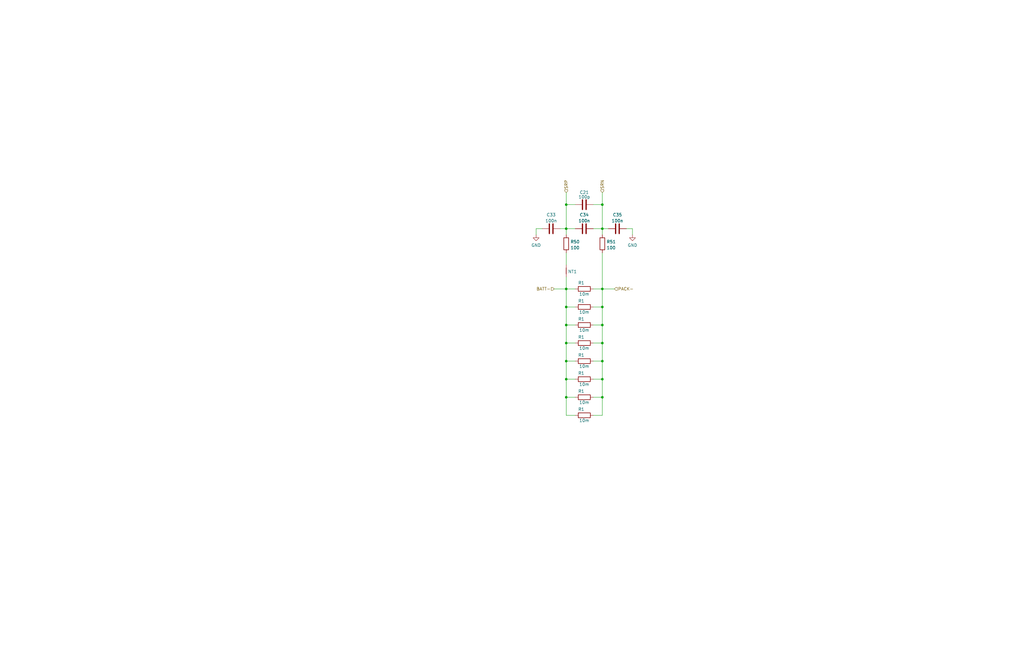
<source format=kicad_sch>
(kicad_sch (version 20230121) (generator eeschema)
  (paper "B")
  (lib_symbols
    (symbol "Device:C" (pin_numbers hide) (pin_names (offset 0.254))
      (property "Reference" "C" (at 0.635 2.54 0))
      (property "Value" "C" (at 0.635 -2.54 0))
      (symbol "C_0_1"
        (polyline (pts (xy -2.032 -0.762) (xy 2.032 -0.762)) (stroke (width 0.508)))
        (polyline (pts (xy -2.032 0.762) (xy 2.032 0.762)) (stroke (width 0.508)))
      )
      (symbol "C_1_1"
        (pin passive line (at 0 3.81 270) (length 2.794) (name "~") (number "1"))
        (pin passive line (at 0 -3.81 90) (length 2.794) (name "~") (number "2"))
      )
    )
    (symbol "Device:NetTie_2" (pin_numbers hide) (pin_names (offset 0) hide)
      (property "Reference" "NT" (at 0 1.27 0))
      (property "Value" "NetTie_2" (at 0 -1.27 0))
      (symbol "NetTie_2_0_1"
        (polyline (pts (xy -1.27 0) (xy 1.27 0)) (stroke (width 0.254)))
      )
      (symbol "NetTie_2_1_1"
        (pin passive line (at -2.54 0 0) (length 2.54) (name "1") (number "1"))
        (pin passive line (at 2.54 0 180) (length 2.54) (name "2") (number "2"))
      )
    )
    (symbol "Device:R" (pin_numbers hide) (pin_names (offset 0))
      (property "Reference" "R" (at 2.032 0 90))
      (property "Value" "R" (at 0 0 90))
      (symbol "R_0_1"
        (rectangle (start -1.016 -2.54) (end 1.016 2.54) (stroke (width 0.254)))
      )
      (symbol "R_1_1"
        (pin passive line (at 0 3.81 270) (length 1.27) (name "~") (number "1"))
        (pin passive line (at 0 -3.81 90) (length 1.27) (name "~") (number "2"))
      )
    )
    (symbol "power:GND" (power) (pin_names (offset 0))
      (property "Value" "GND" (at 0 -3.81 0))
      (symbol "GND_0_1"
        (polyline (pts (xy 0 0) (xy 0 -1.27) (xy 1.27 -1.27) (xy 0 -2.54) (xy -1.27 -1.27) (xy 0 -1.27)))
      )
      (symbol "GND_1_1"
        (pin power_in line (at 0 0 270) (length 0) hide (name "GND") (number "1"))
      )
    )
  )
  (junction (at 238.76 144.78))
  (junction (at 238.76 167.64))
  (junction (at 254 121.92))
  (junction (at 254 96.52))
  (junction (at 238.76 160.02))
  (junction (at 254 160.02))
  (junction (at 254 129.54))
  (junction (at 254 167.64))
  (junction (at 254 86.36))
  (junction (at 254 144.78))
  (junction (at 254 137.16))
  (junction (at 254 152.4))
  (junction (at 238.76 96.52))
  (junction (at 238.76 86.36))
  (junction (at 238.76 137.16))
  (junction (at 238.76 152.4))
  (junction (at 238.76 129.54))
  (junction (at 238.76 121.92))
  (wire (pts (xy 254 106.68) (xy 254 121.92)))
  (wire (pts (xy 238.76 160.02) (xy 238.76 167.64)))
  (wire (pts (xy 238.76 121.92) (xy 242.57 121.92)))
  (wire (pts (xy 264.16 96.52) (xy 266.7 96.52)))
  (wire (pts (xy 254 81.28) (xy 254 86.36)))
  (wire (pts (xy 254 152.4) (xy 254 160.02)))
  (wire (pts (xy 266.7 96.52) (xy 266.7 99.06)))
  (wire (pts (xy 228.6 96.52) (xy 226.06 96.52)))
  (wire (pts (xy 250.19 144.78) (xy 254 144.78)))
  (wire (pts (xy 254 96.52) (xy 256.54 96.52)))
  (wire (pts (xy 233.68 121.92) (xy 238.76 121.92)))
  (wire (pts (xy 242.57 152.4) (xy 238.76 152.4)))
  (wire (pts (xy 254 167.64) (xy 254 175.26)))
  (wire (pts (xy 254 160.02) (xy 254 167.64)))
  (wire (pts (xy 250.19 86.36) (xy 254 86.36)))
  (wire (pts (xy 250.19 175.26) (xy 254 175.26)))
  (wire (pts (xy 254 144.78) (xy 254 152.4)))
  (wire (pts (xy 238.76 167.64) (xy 242.57 167.64)))
  (wire (pts (xy 250.19 121.92) (xy 254 121.92)))
  (wire (pts (xy 238.76 86.36) (xy 242.57 86.36)))
  (wire (pts (xy 238.76 106.68) (xy 238.76 111.76)))
  (wire (pts (xy 238.76 144.78) (xy 242.57 144.78)))
  (wire (pts (xy 226.06 96.52) (xy 226.06 99.06)))
  (wire (pts (xy 238.76 96.52) (xy 242.57 96.52)))
  (wire (pts (xy 250.19 129.54) (xy 254 129.54)))
  (wire (pts (xy 238.76 81.28) (xy 238.76 86.36)))
  (wire (pts (xy 254 121.92) (xy 254 129.54)))
  (wire (pts (xy 254 137.16) (xy 254 144.78)))
  (wire (pts (xy 238.76 116.84) (xy 238.76 121.92)))
  (wire (pts (xy 238.76 144.78) (xy 238.76 152.4)))
  (wire (pts (xy 238.76 86.36) (xy 238.76 96.52)))
  (wire (pts (xy 236.22 96.52) (xy 238.76 96.52)))
  (wire (pts (xy 242.57 137.16) (xy 238.76 137.16)))
  (wire (pts (xy 254 86.36) (xy 254 96.52)))
  (wire (pts (xy 250.19 167.64) (xy 254 167.64)))
  (wire (pts (xy 238.76 175.26) (xy 242.57 175.26)))
  (wire (pts (xy 238.76 152.4) (xy 238.76 160.02)))
  (wire (pts (xy 254 96.52) (xy 254 99.06)))
  (wire (pts (xy 254 121.92) (xy 259.08 121.92)))
  (wire (pts (xy 250.19 160.02) (xy 254 160.02)))
  (wire (pts (xy 238.76 96.52) (xy 238.76 99.06)))
  (wire (pts (xy 238.76 121.92) (xy 238.76 129.54)))
  (wire (pts (xy 238.76 167.64) (xy 238.76 175.26)))
  (wire (pts (xy 238.76 160.02) (xy 242.57 160.02)))
  (wire (pts (xy 254 129.54) (xy 254 137.16)))
  (wire (pts (xy 254 137.16) (xy 250.19 137.16)))
  (wire (pts (xy 254 152.4) (xy 250.19 152.4)))
  (wire (pts (xy 250.19 96.52) (xy 254 96.52)))
  (wire (pts (xy 238.76 129.54) (xy 242.57 129.54)))
  (wire (pts (xy 238.76 137.16) (xy 238.76 144.78)))
  (wire (pts (xy 238.76 129.54) (xy 238.76 137.16)))
  (hierarchical_label "PACK-" (shape input) (at 259.08 121.92 0))
  (hierarchical_label "SRP" (shape input) (at 238.76 81.28 90))
  (hierarchical_label "SRN" (shape input) (at 254 81.28 90))
  (hierarchical_label "BATT-" (shape input) (at 233.68 121.92 180))
  (symbol (lib_id "Device:R") (at 246.38 144.78 270) (unit 1)
    (property "Reference" "R1" (at 245.11 142.24 90))
    (property "Value" "10m" (at 246.38 146.9589 90))
    (property "Footprint" "Resistor_SMD:R_1210_3225Metric" (effects hide))
    (property "Datasheet" "https://www.eaton.com/content/dam/eaton/products/electronic-components/resources/data-sheet/eaton-msma-automotive-smd-current-sense-resistor-metal-strip-data-sheet-elx1179.pdf" (effects hide))
    (property "Mouser" "https://www.mouser.com/ProductDetail/Bussmann-Eaton/MSMA2512R0100FEN?qs=By6Nw2ByBD2b7%252BVYRK0SbQ%3D%3D" (effects hide))
    (property "Part Number" "MSMA2512R0100FEN" (effects hide))
    (property "Rating" "2W" (effects hide))
    (instances (project "bms" (path "" (reference "R1") (unit 1)) (path "" (reference "R28") (unit 1))))
  )
  (symbol (lib_id "Device:R") (at 246.38 175.26 270) (unit 1)
    (property "Reference" "R1" (at 245.11 172.72 90))
    (property "Value" "10m" (at 246.38 177.4389 90))
    (property "Footprint" "Resistor_SMD:R_1210_3225Metric" (effects hide))
    (property "Datasheet" "https://www.eaton.com/content/dam/eaton/products/electronic-components/resources/data-sheet/eaton-msma-automotive-smd-current-sense-resistor-metal-strip-data-sheet-elx1179.pdf" (effects hide))
    (property "Mouser" "https://www.mouser.com/ProductDetail/Bussmann-Eaton/MSMA2512R0100FEN?qs=By6Nw2ByBD2b7%252BVYRK0SbQ%3D%3D" (effects hide))
    (property "Part Number" "MSMA2512R0100FEN" (effects hide))
    (property "Rating" "2W" (effects hide))
    (instances (project "bms" (path "" (reference "R1") (unit 1)) (path "" (reference "R58") (unit 1))))
  )
  (symbol (lib_id "Device:NetTie_2") (at 238.76 114.3 270) (unit 1)
    (property "Reference" "NT1" (at 239.522 114.6168 90) (effects (justify left)))
    (property "Value" "NetTie_2" (effects hide))
    (property "Footprint" "NetTie:NetTie-2_SMD_Pad0.5mm" (effects hide))
  )
  (symbol (lib_id "Device:R") (at 246.38 121.92 270) (unit 1)
    (property "Reference" "R1" (at 245.11 119.38 90))
    (property "Value" "10m" (at 246.38 124.0989 90))
    (property "Footprint" "Resistor_SMD:R_1210_3225Metric" (effects hide))
    (property "Datasheet" "https://www.eaton.com/content/dam/eaton/products/electronic-components/resources/data-sheet/eaton-msma-automotive-smd-current-sense-resistor-metal-strip-data-sheet-elx1179.pdf" (effects hide))
    (property "Mouser" "https://www.mouser.com/ProductDetail/Bussmann-Eaton/MSMA2512R0100FEN?qs=By6Nw2ByBD2b7%252BVYRK0SbQ%3D%3D" (effects hide))
    (property "Part Number" "MSMA2512R0100FEN" (effects hide))
    (property "Rating" "2W" (effects hide))
  )
  (symbol (lib_id "Device:C") (at 260.35 96.52 90) (unit 1)
    (property "Reference" "C35" (at 260.35 90.6612 90))
    (property "Value" "100n" (at 260.35 93.1981 90))
    (property "Footprint" "Capacitor_SMD:C_0603_1608Metric" (effects hide))
    (property "Datasheet" "https://www.mouser.com/datasheet/2/40/X7RDielectric-2943470.pdf" (effects hide))
    (property "Mouser" "https://www.mouser.com/ProductDetail/KYOCERA-AVX/06035C104KAT2A?qs=sGAEpiMZZMs7ZEmUmaUL07F2qgI%252BUofJK2BrtL3gRPE%3D" (effects hide))
    (property "Part Number" "06035C104KAT2A" (effects hide))
    (property "Rating" "50V" (effects hide))
  )
  (symbol (lib_id "power:GND") (at 226.06 99.06 0) (unit 1)
    (property "Reference" "#PWR02" (effects hide))
    (property "Value" "GND" (at 226.06 103.5034 0))
    (instances (project "bms" (path "" (reference "#PWR02") (unit 1)) (path "" (reference "#PWR046") (unit 1))))
  )
  (symbol (lib_id "Device:C") (at 246.38 86.36 90) (unit 1)
    (property "Reference" "C21" (at 246.38 81.1911 90))
    (property "Value" "100p" (at 246.38 83.1121 90))
    (property "Footprint" "Capacitor_SMD:C_0603_1608Metric" (effects hide))
    (property "Datasheet" "https://www.mouser.com/datasheet/2/281/1/GCM1885C2A101JA16_01A-3142697.pdf" (effects hide))
    (property "Mouser" "https://www.mouser.com/ProductDetail/Murata-Electronics/GCM1885C2A101JA16D?qs=sGAEpiMZZMs7ZEmUmaUL05tK3UxeJStQD5AHYzB%252BilI%3D" (effects hide))
    (property "Part Number" "GCM1885C2A101JA16D" (effects hide))
    (property "Rating" "100V" (effects hide))
  )
  (symbol (lib_id "power:GND") (at 266.7 99.06 0) (unit 1)
    (property "Reference" "#PWR02" (effects hide))
    (property "Value" "GND" (at 266.7 103.5034 0))
    (instances (project "bms" (path "" (reference "#PWR02") (unit 1)) (path "" (reference "#PWR043") (unit 1))))
  )
  (symbol (lib_id "Device:R") (at 246.38 167.64 270) (unit 1)
    (property "Reference" "R1" (at 245.11 165.1 90))
    (property "Value" "10m" (at 246.38 169.8189 90))
    (property "Footprint" "Resistor_SMD:R_1210_3225Metric" (effects hide))
    (property "Datasheet" "https://www.eaton.com/content/dam/eaton/products/electronic-components/resources/data-sheet/eaton-msma-automotive-smd-current-sense-resistor-metal-strip-data-sheet-elx1179.pdf" (effects hide))
    (property "Mouser" "https://www.mouser.com/ProductDetail/Bussmann-Eaton/MSMA2512R0100FEN?qs=By6Nw2ByBD2b7%252BVYRK0SbQ%3D%3D" (effects hide))
    (property "Part Number" "MSMA2512R0100FEN" (effects hide))
    (property "Rating" "2W" (effects hide))
    (instances (project "bms" (path "" (reference "R1") (unit 1)) (path "" (reference "R57") (unit 1))))
  )
  (symbol (lib_id "Device:C") (at 232.41 96.52 90) (unit 1)
    (property "Reference" "C33" (at 232.41 90.6612 90))
    (property "Value" "100n" (at 232.41 93.1981 90))
    (property "Footprint" "Capacitor_SMD:C_0603_1608Metric" (effects hide))
    (property "Datasheet" "https://www.mouser.com/datasheet/2/40/X7RDielectric-2943470.pdf" (effects hide))
    (property "Mouser" "https://www.mouser.com/ProductDetail/KYOCERA-AVX/06035C104KAT2A?qs=sGAEpiMZZMs7ZEmUmaUL07F2qgI%252BUofJK2BrtL3gRPE%3D" (effects hide))
    (property "Part Number" "06035C104KAT2A" (effects hide))
    (property "Rating" "50V" (effects hide))
  )
  (symbol (lib_id "Device:R") (at 246.38 129.54 270) (unit 1)
    (property "Reference" "R1" (at 245.11 127 90))
    (property "Value" "10m" (at 246.38 131.7189 90))
    (property "Footprint" "Resistor_SMD:R_1210_3225Metric" (effects hide))
    (property "Datasheet" "https://www.eaton.com/content/dam/eaton/products/electronic-components/resources/data-sheet/eaton-msma-automotive-smd-current-sense-resistor-metal-strip-data-sheet-elx1179.pdf" (effects hide))
    (property "Mouser" "https://www.mouser.com/ProductDetail/Bussmann-Eaton/MSMA2512R0100FEN?qs=By6Nw2ByBD2b7%252BVYRK0SbQ%3D%3D" (effects hide))
    (property "Part Number" "MSMA2512R0100FEN" (effects hide))
    (property "Rating" "2W" (effects hide))
    (instances (project "bms" (path "" (reference "R1") (unit 1)) (path "" (reference "R26") (unit 1))))
  )
  (symbol (lib_id "Device:C") (at 246.38 96.52 90) (unit 1)
    (property "Reference" "C34" (at 246.38 90.6612 90))
    (property "Value" "100n" (at 246.38 93.1981 90))
    (property "Footprint" "Capacitor_SMD:C_0603_1608Metric" (effects hide))
    (property "Datasheet" "https://www.mouser.com/datasheet/2/40/X7RDielectric-2943470.pdf" (effects hide))
    (property "Mouser" "https://www.mouser.com/ProductDetail/KYOCERA-AVX/06035C104KAT2A?qs=sGAEpiMZZMs7ZEmUmaUL07F2qgI%252BUofJK2BrtL3gRPE%3D" (effects hide))
    (property "Part Number" "06035C104KAT2A" (effects hide))
    (property "Rating" "50V" (effects hide))
  )
  (symbol (lib_id "Device:R") (at 246.38 152.4 270) (unit 1)
    (property "Reference" "R1" (at 245.11 149.86 90))
    (property "Value" "10m" (at 246.38 154.5789 90))
    (property "Footprint" "Resistor_SMD:R_1210_3225Metric" (effects hide))
    (property "Datasheet" "https://www.eaton.com/content/dam/eaton/products/electronic-components/resources/data-sheet/eaton-msma-automotive-smd-current-sense-resistor-metal-strip-data-sheet-elx1179.pdf" (effects hide))
    (property "Mouser" "https://www.mouser.com/ProductDetail/Bussmann-Eaton/MSMA2512R0100FEN?qs=By6Nw2ByBD2b7%252BVYRK0SbQ%3D%3D" (effects hide))
    (property "Part Number" "MSMA2512R0100FEN" (effects hide))
    (property "Rating" "2W" (effects hide))
    (instances (project "bms" (path "" (reference "R1") (unit 1)) (path "" (reference "R29") (unit 1))))
  )
  (symbol (lib_id "Device:R") (at 246.38 160.02 270) (unit 1)
    (property "Reference" "R1" (at 245.11 157.48 90))
    (property "Value" "10m" (at 246.38 162.1989 90))
    (property "Footprint" "Resistor_SMD:R_1210_3225Metric" (effects hide))
    (property "Datasheet" "https://www.eaton.com/content/dam/eaton/products/electronic-components/resources/data-sheet/eaton-msma-automotive-smd-current-sense-resistor-metal-strip-data-sheet-elx1179.pdf" (effects hide))
    (property "Mouser" "https://www.mouser.com/ProductDetail/Bussmann-Eaton/MSMA2512R0100FEN?qs=By6Nw2ByBD2b7%252BVYRK0SbQ%3D%3D" (effects hide))
    (property "Part Number" "MSMA2512R0100FEN" (effects hide))
    (property "Rating" "2W" (effects hide))
    (instances (project "bms" (path "" (reference "R1") (unit 1)) (path "" (reference "R56") (unit 1))))
  )
  (symbol (lib_id "Device:R") (at 246.38 137.16 270) (unit 1)
    (property "Reference" "R1" (at 245.11 134.62 90))
    (property "Value" "10m" (at 246.38 139.3389 90))
    (property "Footprint" "Resistor_SMD:R_1210_3225Metric" (effects hide))
    (property "Datasheet" "https://www.eaton.com/content/dam/eaton/products/electronic-components/resources/data-sheet/eaton-msma-automotive-smd-current-sense-resistor-metal-strip-data-sheet-elx1179.pdf" (effects hide))
    (property "Mouser" "https://www.mouser.com/ProductDetail/Bussmann-Eaton/MSMA2512R0100FEN?qs=By6Nw2ByBD2b7%252BVYRK0SbQ%3D%3D" (effects hide))
    (property "Part Number" "MSMA2512R0100FEN" (effects hide))
    (property "Rating" "2W" (effects hide))
    (instances (project "bms" (path "" (reference "R1") (unit 1)) (path "" (reference "R27") (unit 1))))
  )
  (symbol (lib_id "Device:R") (at 238.76 102.87 0) (unit 1)
    (property "Reference" "R50" (at 240.538 102.0353 0) (effects (justify left)))
    (property "Value" "100" (at 240.538 104.5722 0) (effects (justify left)))
    (property "Footprint" "Resistor_SMD:R_0603_1608Metric" (effects hide))
    (property "Datasheet" "https://www.mouser.com/datasheet/2/54/cr-1858361.pdf" (effects hide))
    (property "Mouser" "https://www.mouser.com/ProductDetail/Bourns/CR0603-FX-1000ELF?qs=sGAEpiMZZMtlubZbdhIBIB2E0CzLGwMIzMOnVrznuHg%3D" (effects hide))
    (property "Part Number" "CR0603-FX-1000ELF" (effects hide))
    (property "Rating" "100mW" (effects hide))
  )
  (symbol (lib_id "Device:R") (at 254 102.87 0) (unit 1)
    (property "Reference" "R51" (at 255.778 102.0353 0) (effects (justify left)))
    (property "Value" "100" (at 255.778 104.5722 0) (effects (justify left)))
    (property "Footprint" "Resistor_SMD:R_0603_1608Metric" (effects hide))
    (property "Datasheet" "https://www.mouser.com/datasheet/2/54/cr-1858361.pdf" (effects hide))
    (property "Mouser" "https://www.mouser.com/ProductDetail/Bourns/CR0603-FX-1000ELF?qs=sGAEpiMZZMtlubZbdhIBIB2E0CzLGwMIzMOnVrznuHg%3D" (effects hide))
    (property "Part Number" "CR0603-FX-1000ELF" (effects hide))
    (property "Rating" "100mW" (effects hide))
  )
)
</source>
